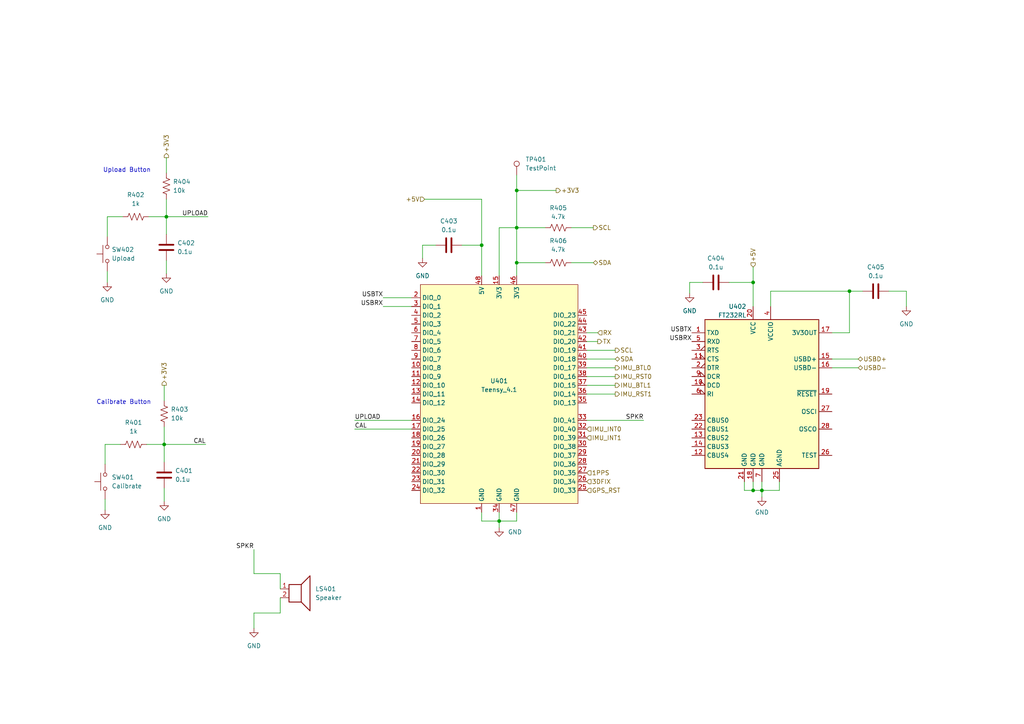
<source format=kicad_sch>
(kicad_sch (version 20230121) (generator eeschema)
  (paper "A4")
  (title_block (title "G.A.I.N.S. Microcontroller") (date "2024-01-30") (rev "1") (company "Purdue University") (comment 1 "Team 19") (comment 2 "Owner: Cameron"))
  (lib_symbols
    (symbol "Connector:TestPoint" (pin_numbers hide) (pin_names (offset 0.762) hide)
      (property "Reference" "TP" (at 0 6.858 0))
      (property "Value" "TestPoint" (at 0 5.08 0))
      (symbol "TestPoint_0_1"
        (circle (center 0 3.302) (radius 0.762))
      )
      (symbol "TestPoint_1_1"
        (pin passive line (at 0 0 90) (length 2.54) (name "1") (number "1"))
      )
    )
    (symbol "Device:C" (pin_numbers hide) (pin_names (offset 0.254))
      (property "Reference" "C" (at 0.635 2.54 0))
      (property "Value" "C" (at 0.635 -2.54 0))
      (symbol "C_0_1"
        (polyline (pts (xy -2.032 -0.762) (xy 2.032 -0.762)) (stroke (width 0.508)))
        (polyline (pts (xy -2.032 0.762) (xy 2.032 0.762)) (stroke (width 0.508)))
      )
      (symbol "C_1_1"
        (pin passive line (at 0 3.81 270) (length 2.794) (name "~") (number "1"))
        (pin passive line (at 0 -3.81 90) (length 2.794) (name "~") (number "2"))
      )
    )
    (symbol "Device:R_US" (pin_numbers hide) (pin_names (offset 0))
      (property "Reference" "R" (at 2.54 0 90))
      (property "Value" "R_US" (at -2.54 0 90))
      (symbol "R_US_0_1"
        (polyline (pts (xy 0 -2.286) (xy 0 -2.54)))
        (polyline (pts (xy 0 2.286) (xy 0 2.54)))
        (polyline (pts (xy 0 -0.762) (xy 1.016 -1.143) (xy 0 -1.524) (xy -1.016 -1.905) (xy 0 -2.286)))
        (polyline (pts (xy 0 0.762) (xy 1.016 0.381) (xy 0 0) (xy -1.016 -0.381) (xy 0 -0.762)))
        (polyline (pts (xy 0 2.286) (xy 1.016 1.905) (xy 0 1.524) (xy -1.016 1.143) (xy 0 0.762)))
      )
      (symbol "R_US_1_1"
        (pin passive line (at 0 3.81 270) (length 1.27) (name "~") (number "1"))
        (pin passive line (at 0 -3.81 90) (length 1.27) (name "~") (number "2"))
      )
    )
    (symbol "Device:Speaker" (pin_names (offset 0) hide)
      (property "Reference" "LS" (at 1.27 5.715 0))
      (property "Value" "Speaker" (at 1.27 3.81 0))
      (symbol "Speaker_0_0"
        (rectangle (start -2.54 1.27) (end 1.016 -3.81) (stroke (width 0.254)))
        (polyline (pts (xy 1.016 1.27) (xy 3.556 3.81) (xy 3.556 -6.35) (xy 1.016 -3.81)) (stroke (width 0.254)))
      )
      (symbol "Speaker_1_1"
        (pin input line (at -5.08 0 0) (length 2.54) (name "1") (number "1"))
        (pin input line (at -5.08 -2.54 0) (length 2.54) (name "2") (number "2"))
      )
    )
    (symbol "GAINS_PCB_SYMBOLS:Teensy_4.1"
      (property "Reference" "U" (at -5.08 0 0))
      (property "Value" "Teensy_4.1" (at -5.08 -2.54 0))
      (symbol "Teensy_4.1_0_1"
        (rectangle (start -22.86 30.48) (end 22.86 -33.02) (fill (type background)))
      )
      (symbol "Teensy_4.1_1_1"
        (pin passive line (at -5.08 -35.56 90) (length 2.54) (name "GND") (number "1"))
        (pin bidirectional line (at -25.4 6.35 0) (length 2.54) (name "DIO_8") (number "10"))
        (pin bidirectional line (at -25.4 3.81 0) (length 2.54) (name "DIO_9") (number "11"))
        (pin bidirectional line (at -25.4 1.27 0) (length 2.54) (name "DIO_10") (number "12"))
        (pin bidirectional line (at -25.4 -1.27 0) (length 2.54) (name "DIO_11") (number "13"))
        (pin bidirectional line (at -25.4 -3.81 0) (length 2.54) (name "DIO_12") (number "14"))
        (pin power_out line (at 0 33.02 270) (length 2.54) (name "3V3") (number "15"))
        (pin bidirectional line (at -25.4 -8.89 0) (length 2.54) (name "DIO_24") (number "16"))
        (pin bidirectional line (at -25.4 -11.43 0) (length 2.54) (name "DIO_25") (number "17"))
        (pin bidirectional line (at -25.4 -13.97 0) (length 2.54) (name "DIO_26") (number "18"))
        (pin bidirectional line (at -25.4 -16.51 0) (length 2.54) (name "DIO_27") (number "19"))
        (pin bidirectional line (at -25.4 26.67 0) (length 2.54) (name "DIO_0") (number "2"))
        (pin bidirectional line (at -25.4 -19.05 0) (length 2.54) (name "DIO_28") (number "20"))
        (pin bidirectional line (at -25.4 -21.59 0) (length 2.54) (name "DIO_29") (number "21"))
        (pin bidirectional line (at -25.4 -24.13 0) (length 2.54) (name "DIO_30") (number "22"))
        (pin bidirectional line (at -25.4 -26.67 0) (length 2.54) (name "DIO_31") (number "23"))
        (pin bidirectional line (at -25.4 -29.21 0) (length 2.54) (name "DIO_32") (number "24"))
        (pin bidirectional line (at 25.4 -29.21 180) (length 2.54) (name "DIO_33") (number "25"))
        (pin bidirectional line (at 25.4 -26.67 180) (length 2.54) (name "DIO_34") (number "26"))
        (pin bidirectional line (at 25.4 -24.13 180) (length 2.54) (name "DIO_35") (number "27"))
        (pin bidirectional line (at 25.4 -21.59 180) (length 2.54) (name "DIO_36") (number "28"))
        (pin bidirectional line (at 25.4 -19.05 180) (length 2.54) (name "DIO_37") (number "29"))
        (pin bidirectional line (at -25.4 24.13 0) (length 2.54) (name "DIO_1") (number "3"))
        (pin bidirectional line (at 25.4 -16.51 180) (length 2.54) (name "DIO_38") (number "30"))
        (pin bidirectional line (at 25.4 -13.97 180) (length 2.54) (name "DIO_39") (number "31"))
        (pin bidirectional line (at 25.4 -11.43 180) (length 2.54) (name "DIO_40") (number "32"))
        (pin bidirectional line (at 25.4 -8.89 180) (length 2.54) (name "DIO_41") (number "33"))
        (pin passive line (at 0 -35.56 90) (length 2.54) (name "GND") (number "34"))
        (pin bidirectional line (at 25.4 -3.81 180) (length 2.54) (name "DIO_13") (number "35"))
        (pin bidirectional line (at 25.4 -1.27 180) (length 2.54) (name "DIO_14") (number "36"))
        (pin bidirectional line (at 25.4 1.27 180) (length 2.54) (name "DIO_15") (number "37"))
        (pin bidirectional line (at 25.4 3.81 180) (length 2.54) (name "DIO_16") (number "38"))
        (pin bidirectional line (at 25.4 6.35 180) (length 2.54) (name "DIO_17") (number "39"))
        (pin bidirectional line (at -25.4 21.59 0) (length 2.54) (name "DIO_2") (number "4"))
        (pin bidirectional line (at 25.4 8.89 180) (length 2.54) (name "DIO_18") (number "40"))
        (pin bidirectional line (at 25.4 11.43 180) (length 2.54) (name "DIO_19") (number "41"))
        (pin bidirectional line (at 25.4 13.97 180) (length 2.54) (name "DIO_20") (number "42"))
        (pin bidirectional line (at 25.4 16.51 180) (length 2.54) (name "DIO_21") (number "43"))
        (pin bidirectional line (at 25.4 19.05 180) (length 2.54) (name "DIO_22") (number "44"))
        (pin bidirectional line (at 25.4 21.59 180) (length 2.54) (name "DIO_23") (number "45"))
        (pin power_out line (at 5.08 33.02 270) (length 2.54) (name "3V3") (number "46"))
        (pin passive line (at 5.08 -35.56 90) (length 2.54) (name "GND") (number "47"))
        (pin power_in line (at -5.08 33.02 270) (length 2.54) (name "5V") (number "48"))
        (pin no_connect line (at -29.21 -57.15 270) (length 2.54) hide (name "NC") (number "49"))
        (pin bidirectional line (at -25.4 19.05 0) (length 2.54) (name "DIO_3") (number "5"))
        (pin no_connect line (at -26.67 -57.15 270) (length 2.54) hide (name "NC") (number "50"))
        (pin no_connect line (at -24.13 -57.15 270) (length 2.54) hide (name "NC") (number "51"))
        (pin no_connect line (at -21.59 -57.15 270) (length 2.54) hide (name "NC") (number "52"))
        (pin no_connect line (at -19.05 -57.15 270) (length 2.54) hide (name "NC") (number "53"))
        (pin no_connect line (at -16.51 -57.15 270) (length 2.54) hide (name "NC") (number "54"))
        (pin no_connect line (at -13.97 -57.15 270) (length 2.54) hide (name "NC") (number "55"))
        (pin no_connect line (at -11.43 -57.15 270) (length 2.54) hide (name "NC") (number "56"))
        (pin no_connect line (at -8.89 -57.15 270) (length 2.54) hide (name "NC") (number "57"))
        (pin no_connect line (at -6.35 -57.15 270) (length 2.54) hide (name "NC") (number "58"))
        (pin no_connect line (at -3.81 -57.15 270) (length 2.54) hide (name "NC") (number "59"))
        (pin bidirectional line (at -25.4 16.51 0) (length 2.54) (name "DIO_4") (number "6"))
        (pin no_connect line (at -1.27 -57.15 270) (length 2.54) hide (name "NC") (number "60"))
        (pin no_connect line (at 1.27 -57.15 270) (length 2.54) hide (name "NC") (number "61"))
        (pin no_connect line (at 3.81 -57.15 270) (length 2.54) hide (name "NC") (number "62"))
        (pin no_connect line (at 6.35 -57.15 270) (length 2.54) hide (name "NC") (number "63"))
        (pin no_connect line (at 8.89 -57.15 270) (length 2.54) hide (name "NC") (number "64"))
        (pin no_connect line (at 11.43 -57.15 270) (length 2.54) hide (name "NC") (number "65"))
        (pin no_connect line (at 13.97 -57.15 270) (length 2.54) hide (name "NC") (number "66"))
        (pin no_connect line (at 16.51 -57.15 270) (length 2.54) hide (name "NC") (number "67"))
        (pin bidirectional line (at -25.4 13.97 0) (length 2.54) (name "DIO_5") (number "7"))
        (pin bidirectional line (at -25.4 11.43 0) (length 2.54) (name "DIO_6") (number "8"))
        (pin bidirectional line (at -25.4 8.89 0) (length 2.54) (name "DIO_7") (number "9"))
      )
    )
    (symbol "GND_1" (power) (pin_names (offset 0))
      (property "Value" "GND_1" (at 0 -3.81 0))
      (symbol "GND_1_0_1"
        (polyline (pts (xy 0 0) (xy 0 -1.27) (xy 1.27 -1.27) (xy 0 -2.54) (xy -1.27 -1.27) (xy 0 -1.27)))
      )
      (symbol "GND_1_1_1"
        (pin power_in line (at 0 0 270) (length 0) hide (name "GND") (number "1"))
      )
    )
    (symbol "GND_2" (power) (pin_names (offset 0))
      (property "Value" "GND_2" (at 0 -3.81 0))
      (symbol "GND_2_0_1"
        (polyline (pts (xy 0 0) (xy 0 -1.27) (xy 1.27 -1.27) (xy 0 -2.54) (xy -1.27 -1.27) (xy 0 -1.27)))
      )
      (symbol "GND_2_1_1"
        (pin power_in line (at 0 0 270) (length 0) hide (name "GND") (number "1"))
      )
    )
    (symbol "Interface_USB:FT232RL"
      (property "Reference" "U402" (at 4.4959 25.4 0))
      (property "Value" "FT232RL" (at 4.4959 22.86 0))
      (symbol "FT232RL_0_1"
        (rectangle (start -16.51 21.59) (end 16.51 -21.59) (stroke (width 0.254)) (fill (type background)))
      )
      (symbol "FT232RL_1_1"
        (pin output line (at 20.32 17.78 180) (length 3.81) (name "TXD") (number "1"))
        (pin input input_low (at 20.32 2.54 180) (length 3.81) (name "DCD") (number "10"))
        (pin input input_low (at 20.32 10.16 180) (length 3.81) (name "CTS") (number "11"))
        (pin bidirectional line (at 20.32 -17.78 180) (length 3.81) (name "CBUS4") (number "12"))
        (pin bidirectional line (at 20.32 -12.7 180) (length 3.81) (name "CBUS2") (number "13"))
        (pin bidirectional line (at 20.32 -15.24 180) (length 3.81) (name "CBUS3") (number "14"))
        (pin bidirectional line (at -20.32 10.16 0) (length 3.81) (name "USBD+") (number "15"))
        (pin bidirectional line (at -20.32 7.62 0) (length 3.81) (name "USBD-") (number "16"))
        (pin power_out line (at -20.32 17.78 0) (length 3.81) (name "3V3OUT") (number "17"))
        (pin power_in line (at 2.54 -25.4 90) (length 3.81) (name "GND") (number "18"))
        (pin input line (at -20.32 0 0) (length 3.81) (name "~{RESET}") (number "19"))
        (pin output output_low (at 20.32 7.62 180) (length 3.81) (name "DTR") (number "2"))
        (pin power_in line (at 2.54 25.4 270) (length 3.81) (name "VCC") (number "20"))
        (pin power_in line (at 5.08 -25.4 90) (length 3.81) (name "GND") (number "21"))
        (pin bidirectional line (at 20.32 -10.16 180) (length 3.81) (name "CBUS1") (number "22"))
        (pin bidirectional line (at 20.32 -7.62 180) (length 3.81) (name "CBUS0") (number "23"))
        (pin no_connect line (at 58.42 11.43 0) (length 2.54) hide (name "NC") (number "24"))
        (pin power_in line (at -5.08 -25.4 90) (length 3.81) (name "AGND") (number "25"))
        (pin input line (at -20.32 -17.78 0) (length 3.81) (name "TEST") (number "26"))
        (pin input line (at -20.32 -5.08 0) (length 3.81) (name "OSCI") (number "27"))
        (pin output line (at -20.32 -10.16 0) (length 3.81) (name "OSCO") (number "28"))
        (pin output output_low (at 20.32 12.7 180) (length 3.81) (name "RTS") (number "3"))
        (pin power_in line (at -2.54 25.4 270) (length 3.81) (name "VCCIO") (number "4"))
        (pin input line (at 20.32 15.24 180) (length 3.81) (name "RXD") (number "5"))
        (pin input input_low (at 20.32 0 180) (length 3.81) (name "RI") (number "6"))
        (pin power_in line (at 0 -25.4 90) (length 3.81) (name "GND") (number "7"))
        (pin no_connect line (at 58.42 16.51 0) (length 2.54) hide (name "NC") (number "8"))
        (pin input input_low (at 20.32 5.08 180) (length 3.81) (name "DCR") (number "9"))
      )
    )
    (symbol "Switch:SW_Push" (pin_numbers hide) (pin_names (offset 1.016) hide)
      (property "Reference" "SW" (at 1.27 2.54 0))
      (property "Value" "SW_Push" (at 0 -1.524 0))
      (symbol "SW_Push_0_1"
        (circle (center -2.032 0) (radius 0.508))
        (polyline (pts (xy 0 1.27) (xy 0 3.048)))
        (polyline (pts (xy 2.54 1.27) (xy -2.54 1.27)))
        (circle (center 2.032 0) (radius 0.508))
        (pin passive line (at -5.08 0 0) (length 2.54) (name "1") (number "1"))
        (pin passive line (at 5.08 0 180) (length 2.54) (name "2") (number "2"))
      )
    )
    (symbol "power:GND" (power) (pin_names (offset 0))
      (property "Value" "GND" (at 0 -3.81 0))
      (symbol "GND_0_1"
        (polyline (pts (xy 0 0) (xy 0 -1.27) (xy 1.27 -1.27) (xy 0 -2.54) (xy -1.27 -1.27) (xy 0 -1.27)))
      )
      (symbol "GND_1_1"
        (pin power_in line (at 0 0 270) (length 0) hide (name "GND") (number "1"))
      )
    )
  )
  (junction (at 149.86 66.04))
  (junction (at 47.625 128.905))
  (junction (at 149.86 76.2))
  (junction (at 220.98 142.24))
  (junction (at 139.7 71.12))
  (junction (at 149.86 55.245))
  (junction (at 48.26 62.865))
  (junction (at 218.44 81.915))
  (junction (at 218.44 142.24))
  (junction (at 246.38 84.455))
  (junction (at 144.78 151.13))
  (wire (pts (xy 203.835 81.915) (xy 200.025 81.915)))
  (wire (pts (xy 144.78 66.04) (xy 149.86 66.04)))
  (wire (pts (xy 31.115 78.74) (xy 31.115 81.915)))
  (wire (pts (xy 161.29 55.245) (xy 149.86 55.245)))
  (wire (pts (xy 170.18 111.76) (xy 178.435 111.76)))
  (wire (pts (xy 81.28 177.8) (xy 81.28 173.355)))
  (wire (pts (xy 170.18 109.22) (xy 178.435 109.22)))
  (wire (pts (xy 170.18 114.3) (xy 178.435 114.3)))
  (wire (pts (xy 149.86 151.13) (xy 144.78 151.13)))
  (wire (pts (xy 47.625 128.905) (xy 47.625 133.985)))
  (wire (pts (xy 48.26 62.865) (xy 60.325 62.865)))
  (wire (pts (xy 47.625 111.76) (xy 47.625 116.205)))
  (wire (pts (xy 133.985 71.12) (xy 139.7 71.12)))
  (wire (pts (xy 215.9 142.24) (xy 215.9 139.7)))
  (wire (pts (xy 226.06 142.24) (xy 220.98 142.24)))
  (wire (pts (xy 31.115 62.865) (xy 35.56 62.865)))
  (wire (pts (xy 47.625 128.905) (xy 59.69 128.905)))
  (wire (pts (xy 170.18 101.6) (xy 178.435 101.6)))
  (wire (pts (xy 139.7 57.785) (xy 139.7 71.12)))
  (wire (pts (xy 144.78 80.01) (xy 144.78 66.04)))
  (wire (pts (xy 226.06 139.7) (xy 226.06 142.24)))
  (wire (pts (xy 123.19 57.785) (xy 139.7 57.785)))
  (wire (pts (xy 170.18 104.14) (xy 178.435 104.14)))
  (wire (pts (xy 73.66 177.8) (xy 73.66 182.245)))
  (wire (pts (xy 149.86 66.04) (xy 158.115 66.04)))
  (wire (pts (xy 149.86 76.2) (xy 149.86 80.01)))
  (wire (pts (xy 149.86 66.04) (xy 149.86 76.2)))
  (wire (pts (xy 48.26 62.865) (xy 48.26 67.945)))
  (wire (pts (xy 246.38 96.52) (xy 246.38 84.455)))
  (wire (pts (xy 218.44 142.24) (xy 215.9 142.24)))
  (wire (pts (xy 220.98 139.7) (xy 220.98 142.24)))
  (wire (pts (xy 218.44 139.7) (xy 218.44 142.24)))
  (wire (pts (xy 30.48 128.905) (xy 34.925 128.905)))
  (wire (pts (xy 139.7 148.59) (xy 139.7 151.13)))
  (wire (pts (xy 47.625 123.825) (xy 47.625 128.905)))
  (wire (pts (xy 30.48 134.62) (xy 30.48 128.905)))
  (wire (pts (xy 257.81 84.455) (xy 262.89 84.455)))
  (wire (pts (xy 126.365 71.12) (xy 122.555 71.12)))
  (wire (pts (xy 241.3 96.52) (xy 246.38 96.52)))
  (wire (pts (xy 144.78 151.13) (xy 144.78 153.035)))
  (wire (pts (xy 246.38 84.455) (xy 223.52 84.455)))
  (wire (pts (xy 144.78 148.59) (xy 144.78 151.13)))
  (wire (pts (xy 158.115 76.2) (xy 149.86 76.2)))
  (wire (pts (xy 139.7 71.12) (xy 139.7 80.01)))
  (wire (pts (xy 220.98 142.24) (xy 220.98 144.145)))
  (wire (pts (xy 102.87 121.92) (xy 119.38 121.92)))
  (wire (pts (xy 248.92 106.68) (xy 241.3 106.68)))
  (wire (pts (xy 149.86 55.245) (xy 149.86 66.04)))
  (wire (pts (xy 165.735 76.2) (xy 172.085 76.2)))
  (wire (pts (xy 47.625 141.605) (xy 47.625 145.415)))
  (wire (pts (xy 149.86 148.59) (xy 149.86 151.13)))
  (wire (pts (xy 81.28 170.815) (xy 81.28 166.37)))
  (wire (pts (xy 218.44 81.915) (xy 218.44 88.9)))
  (wire (pts (xy 81.28 166.37) (xy 73.66 166.37)))
  (wire (pts (xy 246.38 84.455) (xy 250.19 84.455)))
  (wire (pts (xy 48.26 45.72) (xy 48.26 50.165)))
  (wire (pts (xy 218.44 77.47) (xy 218.44 81.915)))
  (wire (pts (xy 48.26 57.785) (xy 48.26 62.865)))
  (wire (pts (xy 262.89 84.455) (xy 262.89 88.9)))
  (wire (pts (xy 139.7 151.13) (xy 144.78 151.13)))
  (wire (pts (xy 30.48 144.78) (xy 30.48 147.955)))
  (wire (pts (xy 200.025 81.915) (xy 200.025 85.09)))
  (wire (pts (xy 170.18 96.52) (xy 173.355 96.52)))
  (wire (pts (xy 170.18 99.06) (xy 173.355 99.06)))
  (wire (pts (xy 220.98 142.24) (xy 218.44 142.24)))
  (wire (pts (xy 73.66 177.8) (xy 81.28 177.8)))
  (wire (pts (xy 43.18 62.865) (xy 48.26 62.865)))
  (wire (pts (xy 122.555 71.12) (xy 122.555 74.93)))
  (wire (pts (xy 248.92 104.14) (xy 241.3 104.14)))
  (wire (pts (xy 170.18 121.92) (xy 186.69 121.92)))
  (wire (pts (xy 223.52 84.455) (xy 223.52 88.9)))
  (wire (pts (xy 102.87 124.46) (xy 119.38 124.46)))
  (wire (pts (xy 48.26 75.565) (xy 48.26 79.375)))
  (wire (pts (xy 31.115 68.58) (xy 31.115 62.865)))
  (wire (pts (xy 170.18 106.68) (xy 178.435 106.68)))
  (wire (pts (xy 149.86 50.8) (xy 149.86 55.245)))
  (wire (pts (xy 211.455 81.915) (xy 218.44 81.915)))
  (wire (pts (xy 111.125 88.9) (xy 119.38 88.9)))
  (wire (pts (xy 111.125 86.36) (xy 119.38 86.36)))
  (wire (pts (xy 165.735 66.04) (xy 172.085 66.04)))
  (wire (pts (xy 73.66 159.385) (xy 73.66 166.37)))
  (wire (pts (xy 42.545 128.905) (xy 47.625 128.905)))
  (text "Calibrate Button" (at 27.94 117.475 0) (effects (font (size 1.27 1.27)) (justify left bottom)))
  (text "Upload Button" (at 29.845 50.165 0) (effects (font (size 1.27 1.27)) (justify left bottom)))
  (label "SPKR" (at 73.66 159.385 180))
  (label "USBTX" (at 111.125 86.36 180))
  (label "CAL" (at 59.69 128.905 180))
  (label "CAL" (at 102.87 124.46 0))
  (label "USBTX" (at 200.66 96.52 180))
  (label "SPKR" (at 186.69 121.92 180))
  (label "USBRX" (at 200.66 99.06 180))
  (label "UPLOAD" (at 60.325 62.865 180))
  (label "USBRX" (at 111.125 88.9 180))
  (label "UPLOAD" (at 102.87 121.92 0))
  (hierarchical_label "TX" (shape output) (at 173.355 99.06 0))
  (hierarchical_label "SCL" (shape output) (at 178.435 101.6 0))
  (hierarchical_label "IMU_RST0" (shape output) (at 178.435 109.22 0))
  (hierarchical_label "IMU_BTL0" (shape output) (at 178.435 106.68 0))
  (hierarchical_label "IMU_RST1" (shape output) (at 178.435 114.3 0))
  (hierarchical_label "+5V" (shape input) (at 123.19 57.785 180))
  (hierarchical_label "USBD-" (shape bidirectional) (at 248.92 106.68 0))
  (hierarchical_label "RX" (shape input) (at 173.355 96.52 0))
  (hierarchical_label "IMU_BTL1" (shape output) (at 178.435 111.76 0))
  (hierarchical_label "+5V" (shape input) (at 218.44 77.47 90))
  (hierarchical_label "SDA" (shape bidirectional) (at 178.435 104.14 0))
  (hierarchical_label "3DFIX" (shape input) (at 170.18 139.7 0))
  (hierarchical_label "+3V3" (shape output) (at 161.29 55.245 0))
  (hierarchical_label "IMU_INT0" (shape input) (at 170.18 124.46 0))
  (hierarchical_label "+3V3" (shape output) (at 47.625 111.76 90))
  (hierarchical_label "GPS_RST" (shape input) (at 170.18 142.24 0))
  (hierarchical_label "SCL" (shape output) (at 172.085 66.04 0))
  (hierarchical_label "+3V3" (shape output) (at 48.26 45.72 90))
  (hierarchical_label "1PPS" (shape input) (at 170.18 137.16 0))
  (hierarchical_label "IMU_INT1" (shape input) (at 170.18 127 0))
  (hierarchical_label "USBD+" (shape bidirectional) (at 248.92 104.14 0))
  (hierarchical_label "SDA" (shape bidirectional) (at 172.085 76.2 0))
  (symbol (lib_id "Device:C") (at 47.625 137.795 0) (unit 1)
    (property "Reference" "C401" (at 50.8 136.5249 0) (effects (justify left)))
    (property "Value" "0.1u" (at 50.8 139.0649 0) (effects (justify left)))
    (property "Footprint" "Capacitor_SMD:C_0805_2012Metric_Pad1.18x1.45mm_HandSolder" (effects hide))
  )
  (symbol (lib_id "Device:C") (at 207.645 81.915 270) (mirror x) (unit 1)
    (property "Reference" "C404" (at 207.645 74.93 90))
    (property "Value" "0.1u" (at 207.645 77.47 90))
    (property "Footprint" "Capacitor_SMD:C_0805_2012Metric_Pad1.18x1.45mm_HandSolder" (effects hide))
  )
  (symbol (lib_name "GND_1") (lib_id "power:GND") (at 262.89 88.9 0) (mirror y) (unit 1)
    (property "Reference" "#PWR0410" (effects hide))
    (property "Value" "GND" (at 262.89 93.98 0))
  )
  (symbol (lib_id "Connector:TestPoint") (at 149.86 50.8 0) (unit 1)
    (property "Reference" "TP401" (at 152.4 46.228 0) (effects (justify left)))
    (property "Value" "TestPoint" (at 152.4 48.768 0) (effects (justify left)))
    (property "Footprint" "Connector_PinHeader_1.27mm:PinHeader_1x01_P1.27mm_Vertical" (effects hide))
  )
  (symbol (lib_id "Switch:SW_Push") (at 30.48 139.7 90) (unit 1)
    (property "Reference" "SW401" (at 32.385 138.4299 90) (effects (justify right)))
    (property "Value" "Calibrate" (at 32.385 140.9699 90) (effects (justify right)))
    (property "Footprint" "Button_Switch_THT:SW_PUSH_6mm" (effects hide))
  )
  (symbol (lib_name "GND_2") (lib_id "power:GND") (at 220.98 144.145 0) (mirror y) (unit 1)
    (property "Reference" "#PWR0409" (effects hide))
    (property "Value" "GND" (at 220.98 148.59 0))
  )
  (symbol (lib_id "Device:R_US") (at 47.625 120.015 0) (unit 1)
    (property "Reference" "R403" (at 49.53 118.7449 0) (effects (justify left)))
    (property "Value" "10k" (at 49.53 121.2849 0) (effects (justify left)))
    (property "Footprint" "Resistor_SMD:R_0805_2012Metric_Pad1.20x1.40mm_HandSolder" (effects hide))
  )
  (symbol (lib_id "Switch:SW_Push") (at 31.115 73.66 90) (unit 1)
    (property "Reference" "SW402" (at 32.385 72.3899 90) (effects (justify right)))
    (property "Value" "Upload" (at 32.385 74.9299 90) (effects (justify right)))
    (property "Footprint" "Button_Switch_THT:SW_PUSH_6mm" (effects hide))
  )
  (symbol (lib_id "power:GND") (at 47.625 145.415 0) (unit 1)
    (property "Reference" "#PWR0403" (effects hide))
    (property "Value" "GND" (at 47.625 150.495 0))
  )
  (symbol (lib_id "Interface_USB:FT232RL") (at 220.98 114.3 0) (mirror y) (unit 1)
    (property "Reference" "U402" (at 216.4841 88.9 0) (effects (justify left)))
    (property "Value" "FT232RL" (at 216.4841 91.44 0) (effects (justify left)))
    (property "Footprint" "Package_SO:SSOP-28_5.3x10.2mm_P0.65mm" (effects hide))
    (property "Datasheet" "https://www.ftdichip.com/Support/Documents/DataSheets/ICs/DS_FT232R.pdf" (effects hide))
  )
  (symbol (lib_name "GND_1") (lib_id "power:GND") (at 200.025 85.09 0) (mirror y) (unit 1)
    (property "Reference" "#PWR0408" (effects hide))
    (property "Value" "GND" (at 200.025 90.17 0))
  )
  (symbol (lib_id "Device:C") (at 48.26 71.755 0) (unit 1)
    (property "Reference" "C402" (at 51.435 70.4849 0) (effects (justify left)))
    (property "Value" "0.1u" (at 51.435 73.0249 0) (effects (justify left)))
    (property "Footprint" "Capacitor_SMD:C_0805_2012Metric_Pad1.18x1.45mm_HandSolder" (effects hide))
  )
  (symbol (lib_id "Device:R_US") (at 38.735 128.905 90) (unit 1)
    (property "Reference" "R401" (at 38.735 122.555 90))
    (property "Value" "1k" (at 38.735 125.095 90))
    (property "Footprint" "Resistor_SMD:R_0805_2012Metric_Pad1.20x1.40mm_HandSolder" (effects hide))
  )
  (symbol (lib_id "Device:R_US") (at 161.925 76.2 90) (unit 1)
    (property "Reference" "R406" (at 161.925 69.85 90))
    (property "Value" "4.7k" (at 161.925 72.39 90))
    (property "Footprint" "Resistor_SMD:R_0805_2012Metric_Pad1.20x1.40mm_HandSolder" (effects hide))
  )
  (symbol (lib_id "power:GND") (at 30.48 147.955 0) (unit 1)
    (property "Reference" "#PWR0401" (effects hide))
    (property "Value" "GND" (at 30.48 153.035 0))
  )
  (symbol (lib_id "Device:R_US") (at 39.37 62.865 90) (unit 1)
    (property "Reference" "R402" (at 39.37 56.515 90))
    (property "Value" "1k" (at 39.37 59.055 90))
    (property "Footprint" "Resistor_SMD:R_0805_2012Metric_Pad1.20x1.40mm_HandSolder" (effects hide))
  )
  (symbol (lib_id "Device:R_US") (at 48.26 53.975 0) (unit 1)
    (property "Reference" "R404" (at 50.165 52.7049 0) (effects (justify left)))
    (property "Value" "10k" (at 50.165 55.2449 0) (effects (justify left)))
    (property "Footprint" "Resistor_SMD:R_0805_2012Metric_Pad1.20x1.40mm_HandSolder" (effects hide))
  )
  (symbol (lib_id "power:GND") (at 48.26 79.375 0) (unit 1)
    (property "Reference" "#PWR0404" (effects hide))
    (property "Value" "GND" (at 48.26 84.455 0))
  )
  (symbol (lib_id "Device:C") (at 130.175 71.12 90) (unit 1)
    (property "Reference" "C403" (at 130.175 64.135 90))
    (property "Value" "0.1u" (at 130.175 66.675 90))
    (property "Footprint" "Capacitor_SMD:C_0805_2012Metric_Pad1.18x1.45mm_HandSolder" (effects hide))
  )
  (symbol (lib_id "Device:Speaker") (at 86.36 170.815 0) (unit 1)
    (property "Reference" "LS401" (at 91.44 170.8149 0) (effects (justify left)))
    (property "Value" "Speaker" (at 91.44 173.3549 0) (effects (justify left)))
    (property "Footprint" "Buzzer_Beeper:Buzzer_12x9.5RM7.6" (effects hide))
  )
  (symbol (lib_id "power:GND") (at 73.66 182.245 0) (unit 1)
    (property "Reference" "#PWR0405" (effects hide))
    (property "Value" "GND" (at 73.66 187.325 0))
  )
  (symbol (lib_id "Device:R_US") (at 161.925 66.04 90) (unit 1)
    (property "Reference" "R405" (at 161.925 60.325 90))
    (property "Value" "4.7k" (at 161.925 62.865 90))
    (property "Footprint" "Resistor_SMD:R_0805_2012Metric_Pad1.20x1.40mm_HandSolder" (effects hide))
  )
  (symbol (lib_id "power:GND") (at 31.115 81.915 0) (unit 1)
    (property "Reference" "#PWR0402" (effects hide))
    (property "Value" "GND" (at 31.115 86.995 0))
  )
  (symbol (lib_id "power:GND") (at 122.555 74.93 0) (unit 1)
    (property "Reference" "#PWR0406" (effects hide))
    (property "Value" "GND" (at 122.555 80.01 0))
  )
  (symbol (lib_id "GAINS_PCB_SYMBOLS:Teensy_4.1") (at 144.78 113.03 0) (unit 1)
    (property "Reference" "U401" (at 144.78 110.49 0))
    (property "Value" "Teensy_4.1" (at 144.78 113.03 0))
    (property "Footprint" "GAINS_FOOTPRINTS:Teensy41" (effects hide))
  )
  (symbol (lib_id "power:GND") (at 144.78 153.035 0) (unit 1)
    (property "Reference" "#PWR0407" (effects hide))
    (property "Value" "GND" (at 147.32 154.3049 0) (effects (justify left)))
  )
  (symbol (lib_id "Device:C") (at 254 84.455 270) (mirror x) (unit 1)
    (property "Reference" "C405" (at 254 77.47 90))
    (property "Value" "0.1u" (at 254 80.01 90))
    (property "Footprint" "Capacitor_SMD:C_0805_2012Metric_Pad1.18x1.45mm_HandSolder" (effects hide))
  )
)
</source>
